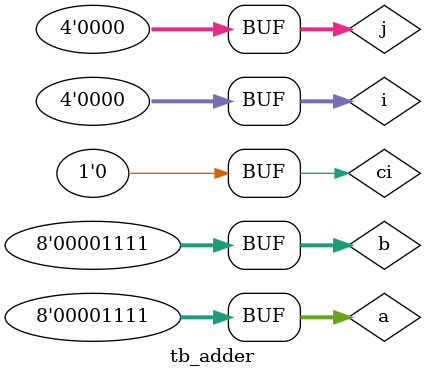
<source format=v>
`timescale 1ns / 1ps


module tb_adder;

	// Inputs
	reg [7:0] a;
	reg [7:0] b;
	reg ci;

	// Outputs
	wire [7:0] sum;
	wire c;

	// Instantiate the Unit Under Test (UUT)
	adder uut (
		.a(a), 
		.b(b), 
		.ci(ci), 
		.sum(sum), 
		.c(c)
	);
	reg [3:0] i,j;
	initial begin
		// Initialize Inputs
		a = 0;
		b = 0;
		ci = 0;

		// Wait 100 ns for global reset to finish
		#100;
 for(i=4'b0000;i<=4'b1111;i=i+1)  
for(j=4'b0000;j<=4'b1111;j=j+1)  
begin 
ci=0;
#10 a=i;b=j;
end
end      
endmodule


</source>
